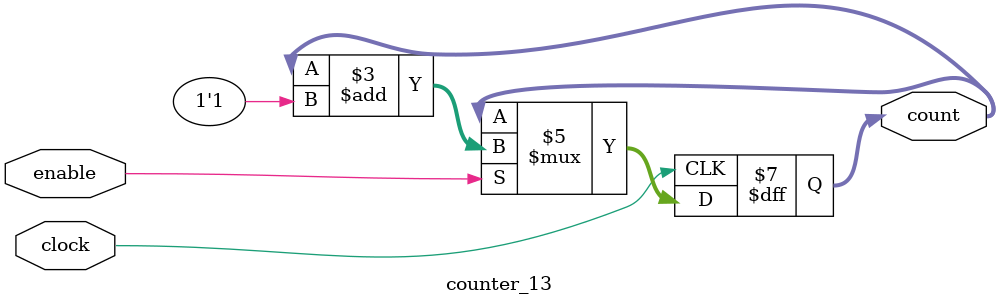
<source format=v>
`timescale 1ns/100ps //unit time is 1ns, resolution 100ps



module counter_13 (
	clock, 
	enable, 
	count
);


//-----Declare ports----

	parameter BIT_SZ = 13;
	input clock;
	input enable;
	output [BIT_SZ-1:0] count; 
	
//count needs to be declared as reg
	reg [BIT_SZ-1:0] count;
	
//---------always initialise storage elements such as D-FF
	initial count = 0;
	
//----Main body of the module -----

	always @ (posedge clock)
		if (enable == 1'b1)
			count <= count+1'b1;
			
endmodule
</source>
